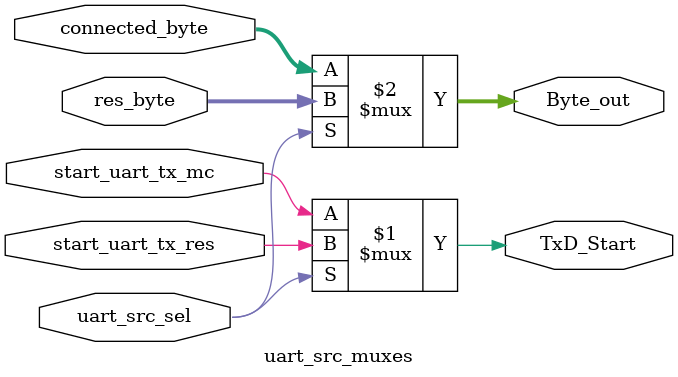
<source format=v>
`timescale 1ns / 1ps
module uart_src_muxes
(
    input uart_src_sel,
    input start_uart_tx_res,
    input start_uart_tx_mc,
    input [7:0] res_byte,
    input [7:0] connected_byte,
    
    output TxD_Start,
    output [7:0] Byte_out
);

    assign TxD_Start    = uart_src_sel ? start_uart_tx_res : start_uart_tx_mc;
    assign Byte_out     = uart_src_sel ? res_byte : connected_byte;

endmodule

</source>
